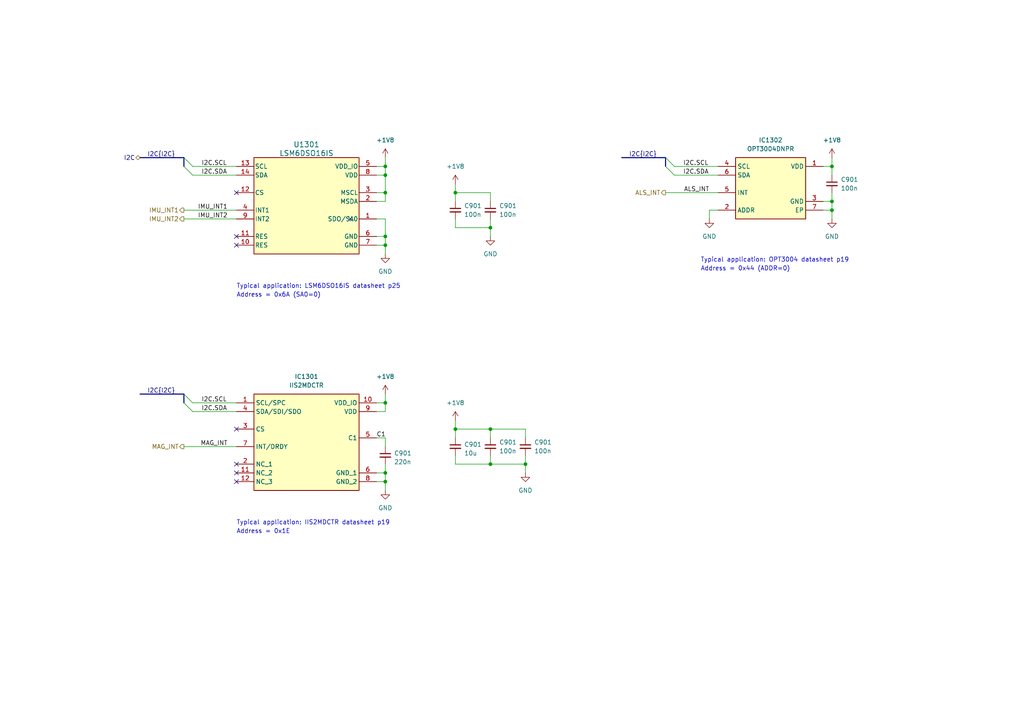
<source format=kicad_sch>
(kicad_sch (version 20230121) (generator eeschema)
  (paper "A4")
  (title_block (title "Watch Sensors") (date "2023-12-21") (rev "1") (comment 1 "Checked by Ben Smith 21/12/23"))
  (lib_symbols
    (symbol "Device:C_Small" (pin_numbers hide) (pin_names (offset 0.254) hide)
      (property "Reference" "C" (at 0.254 1.778 0))
      (property "Value" "C_Small" (at 0.254 -2.032 0))
      (symbol "C_Small_0_1"
        (polyline (pts (xy -1.524 -0.508) (xy 1.524 -0.508)) (stroke (width 0.3302)))
        (polyline (pts (xy -1.524 0.508) (xy 1.524 0.508)) (stroke (width 0.3048)))
      )
      (symbol "C_Small_1_1"
        (pin passive line (at 0 2.54 270) (length 2.032) (name "~") (number "1"))
        (pin passive line (at 0 -2.54 90) (length 2.032) (name "~") (number "2"))
      )
    )
    (symbol "IIS2MDCTR:IIS2MDCTR"
      (property "Reference" "U" (at 0 17.78 0))
      (property "Value" "IIS2MDCTR" (at 0 15.24 0))
      (symbol "IIS2MDCTR_1_1"
        (rectangle (start -15.24 12.7) (end 15.24 -15.24) (stroke (width 0.254)) (fill (type background)))
        (pin passive line (at -20.32 10.16 0) (length 5.08) (name "SCL/SPC") (number "1"))
        (pin passive line (at 20.32 10.16 180) (length 5.08) (name "VDD_IO") (number "10"))
        (pin passive line (at -20.32 -10.16 0) (length 5.08) (name "NC_2") (number "11"))
        (pin passive line (at -20.32 -12.7 0) (length 5.08) (name "NC_3") (number "12"))
        (pin passive line (at -20.32 -7.62 0) (length 5.08) (name "NC_1") (number "2"))
        (pin passive line (at -20.32 2.54 0) (length 5.08) (name "CS") (number "3"))
        (pin passive line (at -20.32 7.62 0) (length 5.08) (name "SDA/SDI/SDO") (number "4"))
        (pin passive line (at 20.32 0 180) (length 5.08) (name "C1") (number "5"))
        (pin passive line (at 20.32 -10.16 180) (length 5.08) (name "GND_1") (number "6"))
        (pin passive line (at -20.32 -2.54 0) (length 5.08) (name "INT/DRDY") (number "7"))
        (pin passive line (at 20.32 -12.7 180) (length 5.08) (name "GND_2") (number "8"))
        (pin passive line (at 20.32 7.62 180) (length 5.08) (name "VDD") (number "9"))
      )
    )
    (symbol "LSM6DSO16IS:LSM6DSO16IS" (pin_names (offset 0.254))
      (property "Reference" "U" (at 22.86 10.16 0))
      (property "Value" "LSM6DSO16IS" (at 22.86 7.62 0))
      (symbol "LSM6DSO16IS_0_1"
        (pin unspecified line (at 43.18 -12.7 180) (length 5.08) (name "SDO/SA0") (number "1"))
        (pin unspecified line (at 2.54 -20.32 0) (length 5.08) (name "RES") (number "10"))
        (pin unspecified line (at 2.54 -17.78 0) (length 5.08) (name "RES") (number "11"))
        (pin unspecified line (at 2.54 -5.08 0) (length 5.08) (name "CS") (number "12"))
        (pin unspecified line (at 2.54 2.54 0) (length 5.08) (name "SCL") (number "13"))
        (pin unspecified line (at 2.54 0 0) (length 5.08) (name "SDA") (number "14"))
        (pin unspecified line (at 43.18 -7.62 180) (length 5.08) (name "MSDA") (number "2"))
        (pin unspecified line (at 43.18 -5.08 180) (length 5.08) (name "MSCL") (number "3"))
        (pin input line (at 2.54 -10.16 0) (length 5.08) (name "INT1") (number "4"))
        (pin power_in line (at 43.18 2.54 180) (length 5.08) (name "VDD_IO") (number "5"))
        (pin power_out line (at 43.18 -17.78 180) (length 5.08) (name "GND") (number "6"))
        (pin power_out line (at 43.18 -20.32 180) (length 5.08) (name "GND") (number "7"))
        (pin power_in line (at 43.18 0 180) (length 5.08) (name "VDD") (number "8"))
        (pin input line (at 2.54 -12.7 0) (length 5.08) (name "INT2") (number "9"))
      )
      (symbol "LSM6DSO16IS_1_1"
        (rectangle (start 7.62 5.08) (end 38.1 -22.86) (stroke (width 0.254)) (fill (type background)))
      )
    )
    (symbol "OPT3004DNPR:OPT3004DNPR"
      (property "Reference" "U" (at 0 12.7 0))
      (property "Value" "OPT3004DNPR" (at 0 10.16 0))
      (symbol "OPT3004DNPR_1_1"
        (rectangle (start -10.16 7.62) (end 10.16 -10.16) (stroke (width 0.254)) (fill (type background)))
        (pin passive line (at 15.24 5.08 180) (length 5.08) (name "VDD") (number "1"))
        (pin passive line (at -15.24 -7.62 0) (length 5.08) (name "ADDR") (number "2"))
        (pin passive line (at 15.24 -5.08 180) (length 5.08) (name "GND") (number "3"))
        (pin passive line (at -15.24 5.08 0) (length 5.08) (name "SCL") (number "4"))
        (pin passive line (at -15.24 -2.54 0) (length 5.08) (name "INT") (number "5"))
        (pin passive line (at -15.24 2.54 0) (length 5.08) (name "SDA") (number "6"))
        (pin passive line (at 15.24 -7.62 180) (length 5.08) (name "EP") (number "7"))
      )
    )
    (symbol "power:+1V8" (power) (pin_names (offset 0))
      (property "Value" "+1V8" (at 0 3.556 0))
      (symbol "+1V8_0_1"
        (polyline (pts (xy -0.762 1.27) (xy 0 2.54)))
        (polyline (pts (xy 0 0) (xy 0 2.54)))
        (polyline (pts (xy 0 2.54) (xy 0.762 1.27)))
      )
      (symbol "+1V8_1_1"
        (pin power_in line (at 0 0 90) (length 0) hide (name "+1V8") (number "1"))
      )
    )
    (symbol "power:GND" (power) (pin_names (offset 0))
      (property "Value" "GND" (at 0 -3.81 0))
      (symbol "GND_0_1"
        (polyline (pts (xy 0 0) (xy 0 -1.27) (xy 1.27 -1.27) (xy 0 -2.54) (xy -1.27 -1.27) (xy 0 -1.27)))
      )
      (symbol "GND_1_1"
        (pin power_in line (at 0 0 270) (length 0) hide (name "GND") (number "1"))
      )
    )
  )
  (junction (at 111.76 50.8))
  (junction (at 241.3 60.96))
  (junction (at 152.4 134.62))
  (junction (at 132.08 55.88))
  (junction (at 111.76 68.58))
  (junction (at 241.3 58.42))
  (junction (at 132.08 124.46))
  (junction (at 111.76 137.16))
  (junction (at 111.76 71.12))
  (junction (at 142.24 124.46))
  (junction (at 111.76 48.26))
  (junction (at 142.24 66.04))
  (junction (at 241.3 48.26))
  (junction (at 111.76 116.84))
  (junction (at 111.76 55.88))
  (junction (at 111.76 139.7))
  (junction (at 142.24 134.62))
  (no_connect (at 68.58 124.46))
  (no_connect (at 68.58 55.88))
  (no_connect (at 68.58 134.62))
  (no_connect (at 68.58 137.16))
  (no_connect (at 101.6 63.5))
  (no_connect (at 68.58 139.7))
  (no_connect (at 68.58 68.58))
  (no_connect (at 68.58 71.12))
  (bus_entry (at 53.34 48.26) (size 2.54 2.54))
  (bus_entry (at 193.04 45.72) (size 2.54 2.54))
  (bus_entry (at 53.34 116.84) (size 2.54 2.54))
  (bus_entry (at 53.34 45.72) (size 2.54 2.54))
  (bus_entry (at 193.04 48.26) (size 2.54 2.54))
  (bus_entry (at 53.34 114.3) (size 2.54 2.54))
  (bus (pts (xy 193.04 45.72) (xy 193.04 48.26)))
  (wire (pts (xy 193.04 55.88) (xy 208.28 55.88)))
  (wire (pts (xy 111.76 129.54) (xy 111.76 127)))
  (wire (pts (xy 132.08 58.42) (xy 132.08 55.88)))
  (wire (pts (xy 111.76 48.26) (xy 111.76 50.8)))
  (wire (pts (xy 111.76 73.66) (xy 111.76 71.12)))
  (wire (pts (xy 238.76 48.26) (xy 241.3 48.26)))
  (wire (pts (xy 241.3 55.88) (xy 241.3 58.42)))
  (wire (pts (xy 111.76 119.38) (xy 109.22 119.38)))
  (wire (pts (xy 55.88 48.26) (xy 68.58 48.26)))
  (wire (pts (xy 109.22 63.5) (xy 111.76 63.5)))
  (wire (pts (xy 111.76 68.58) (xy 109.22 68.58)))
  (wire (pts (xy 241.3 58.42) (xy 241.3 60.96)))
  (wire (pts (xy 142.24 127) (xy 142.24 124.46)))
  (wire (pts (xy 111.76 71.12) (xy 111.76 68.58)))
  (wire (pts (xy 111.76 116.84) (xy 111.76 119.38)))
  (wire (pts (xy 132.08 53.34) (xy 132.08 55.88)))
  (wire (pts (xy 142.24 124.46) (xy 152.4 124.46)))
  (wire (pts (xy 111.76 137.16) (xy 109.22 137.16)))
  (wire (pts (xy 152.4 132.08) (xy 152.4 134.62)))
  (wire (pts (xy 132.08 127) (xy 132.08 124.46)))
  (wire (pts (xy 195.58 48.26) (xy 208.28 48.26)))
  (wire (pts (xy 241.3 48.26) (xy 241.3 50.8)))
  (wire (pts (xy 111.76 55.88) (xy 109.22 55.88)))
  (bus (pts (xy 53.34 114.3) (xy 53.34 116.84)))
  (bus (pts (xy 40.64 45.72) (xy 53.34 45.72)))
  (wire (pts (xy 111.76 50.8) (xy 111.76 55.88)))
  (wire (pts (xy 109.22 48.26) (xy 111.76 48.26)))
  (wire (pts (xy 53.34 129.54) (xy 68.58 129.54)))
  (wire (pts (xy 111.76 55.88) (xy 111.76 58.42)))
  (wire (pts (xy 111.76 114.3) (xy 111.76 116.84)))
  (wire (pts (xy 142.24 132.08) (xy 142.24 134.62)))
  (wire (pts (xy 142.24 66.04) (xy 132.08 66.04)))
  (wire (pts (xy 205.74 63.5) (xy 205.74 60.96)))
  (wire (pts (xy 142.24 68.58) (xy 142.24 66.04)))
  (wire (pts (xy 55.88 116.84) (xy 68.58 116.84)))
  (wire (pts (xy 53.34 60.96) (xy 68.58 60.96)))
  (bus (pts (xy 40.64 114.3) (xy 53.34 114.3)))
  (wire (pts (xy 142.24 55.88) (xy 132.08 55.88)))
  (wire (pts (xy 111.76 45.72) (xy 111.76 48.26)))
  (wire (pts (xy 142.24 134.62) (xy 132.08 134.62)))
  (wire (pts (xy 111.76 134.62) (xy 111.76 137.16)))
  (wire (pts (xy 111.76 58.42) (xy 109.22 58.42)))
  (wire (pts (xy 111.76 139.7) (xy 111.76 137.16)))
  (wire (pts (xy 238.76 58.42) (xy 241.3 58.42)))
  (wire (pts (xy 111.76 63.5) (xy 111.76 68.58)))
  (wire (pts (xy 238.76 60.96) (xy 241.3 60.96)))
  (wire (pts (xy 111.76 50.8) (xy 109.22 50.8)))
  (bus (pts (xy 53.34 45.72) (xy 53.34 48.26)))
  (wire (pts (xy 142.24 63.5) (xy 142.24 66.04)))
  (wire (pts (xy 55.88 119.38) (xy 68.58 119.38)))
  (wire (pts (xy 152.4 137.16) (xy 152.4 134.62)))
  (wire (pts (xy 109.22 116.84) (xy 111.76 116.84)))
  (wire (pts (xy 195.58 50.8) (xy 208.28 50.8)))
  (bus (pts (xy 180.34 45.72) (xy 193.04 45.72)))
  (wire (pts (xy 111.76 127) (xy 109.22 127)))
  (wire (pts (xy 142.24 124.46) (xy 132.08 124.46)))
  (wire (pts (xy 142.24 58.42) (xy 142.24 55.88)))
  (wire (pts (xy 111.76 142.24) (xy 111.76 139.7)))
  (wire (pts (xy 241.3 48.26) (xy 241.3 45.72)))
  (wire (pts (xy 53.34 63.5) (xy 68.58 63.5)))
  (wire (pts (xy 132.08 66.04) (xy 132.08 63.5)))
  (wire (pts (xy 55.88 50.8) (xy 68.58 50.8)))
  (wire (pts (xy 152.4 134.62) (xy 142.24 134.62)))
  (wire (pts (xy 109.22 139.7) (xy 111.76 139.7)))
  (wire (pts (xy 132.08 121.92) (xy 132.08 124.46)))
  (wire (pts (xy 132.08 134.62) (xy 132.08 132.08)))
  (wire (pts (xy 205.74 60.96) (xy 208.28 60.96)))
  (wire (pts (xy 241.3 63.5) (xy 241.3 60.96)))
  (wire (pts (xy 152.4 127) (xy 152.4 124.46)))
  (wire (pts (xy 109.22 71.12) (xy 111.76 71.12)))
  (text "Address = 0x1E" (at 68.58 154.94 0) (effects (font (size 1.27 1.27)) (justify left bottom)))
  (text "Address = 0x6A (SA0=0)" (at 68.58 86.36 0) (effects (font (size 1.27 1.27)) (justify left bottom)))
  (text "Address = 0x44 (ADDR=0)" (at 203.2 78.74 0) (effects (font (size 1.27 1.27)) (justify left bottom)))
  (text "Typical application: LSM6DSO16IS datasheet p25" (at 68.58 83.82 0) (effects (font (size 1.27 1.27)) (justify left bottom)))
  (text "Typical application: IIS2MDCTR datasheet p19" (at 68.58 152.4 0) (effects (font (size 1.27 1.27)) (justify left bottom)))
  (text "Typical application: OPT3004 datasheet p19" (at 203.2 76.2 0) (effects (font (size 1.27 1.27)) (justify left bottom)))
  (label "IMU_INT2" (at 66.04 63.5 180))
  (label "ALS_INT" (at 205.74 55.88 180))
  (label "I2C{I2C}" (at 190.5 45.72 180))
  (label "I2C.SCL" (at 198.12 48.26 0))
  (label "I2C.SDA" (at 58.42 50.8 0))
  (label "I2C{I2C}" (at 50.8 114.3 180))
  (label "I2C.SDA" (at 58.42 119.38 0))
  (label "I2C.SCL" (at 58.42 116.84 0))
  (label "IMU_INT1" (at 66.04 60.96 180))
  (label "I2C.SCL" (at 58.42 48.26 0))
  (label "I2C.SDA" (at 198.12 50.8 0))
  (label "I2C{I2C}" (at 50.8 45.72 180))
  (label "C1" (at 109.22 127 0))
  (label "MAG_INT" (at 66.04 129.54 180))
  (hierarchical_label "IMU_INT1" (shape output) (at 53.34 60.96 180))
  (hierarchical_label "MAG_INT" (shape output) (at 53.34 129.54 180))
  (hierarchical_label "ALS_INT" (shape output) (at 193.04 55.88 180))
  (hierarchical_label "I2C" (shape bidirectional) (at 40.64 45.72 180) (property "DSI" "DSI" (effects hide)))
  (hierarchical_label "IMU_INT2" (shape output) (at 53.34 63.5 180))
  (symbol (lib_id "power:GND") (at 205.74 63.5 0) (unit 1)
    (property "Reference" "#PWR01309" (effects hide))
    (property "Value" "GND" (at 205.74 68.58 0))
  )
  (symbol (lib_id "Device:C_Small") (at 142.24 60.96 0) (unit 1)
    (property "Reference" "C901" (at 144.78 59.6963 0) (effects (justify left)))
    (property "Value" "100n" (at 144.78 62.2363 0) (effects (justify left)))
    (property "Footprint" "Capacitor_SMD:C_0402_1005Metric" (effects hide))
    (instances (project "watch_main" (path "" (reference "C901") (unit 1)) (path "" (reference "C1304") (unit 1))))
  )
  (symbol (lib_id "Device:C_Small") (at 152.4 129.54 0) (unit 1)
    (property "Reference" "C901" (at 154.94 128.2763 0) (effects (justify left)))
    (property "Value" "100n" (at 154.94 130.8163 0) (effects (justify left)))
    (property "Footprint" "Capacitor_SMD:C_0402_1005Metric" (effects hide))
    (instances (project "watch_main" (path "" (reference "C901") (unit 1)) (path "" (reference "C1306") (unit 1))))
  )
  (symbol (lib_id "Device:C_Small") (at 111.76 132.08 0) (unit 1)
    (property "Reference" "C901" (at 114.3 131.4513 0) (effects (justify left)))
    (property "Value" "220n" (at 114.3 133.9913 0) (effects (justify left)))
    (property "Footprint" "Capacitor_SMD:C_0402_1005Metric" (effects hide))
    (instances (project "watch_main" (path "" (reference "C901") (unit 1)) (path "" (reference "C1301") (unit 1))))
  )
  (symbol (lib_id "power:+1V8") (at 132.08 53.34 0) (unit 1)
    (property "Reference" "#PWR01305" (effects hide))
    (property "Value" "+1V8" (at 132.08 48.26 0))
  )
  (symbol (lib_id "power:GND") (at 241.3 63.5 0) (unit 1)
    (property "Reference" "#PWR01311" (effects hide))
    (property "Value" "GND" (at 241.3 68.58 0))
  )
  (symbol (lib_id "power:+1V8") (at 132.08 121.92 0) (unit 1)
    (property "Reference" "#PWR01306" (effects hide))
    (property "Value" "+1V8" (at 132.08 116.84 0))
  )
  (symbol (lib_id "Device:C_Small") (at 132.08 60.96 0) (unit 1)
    (property "Reference" "C901" (at 134.62 59.6963 0) (effects (justify left)))
    (property "Value" "100n" (at 134.62 62.2363 0) (effects (justify left)))
    (property "Footprint" "Capacitor_SMD:C_0402_1005Metric" (effects hide))
    (instances (project "watch_main" (path "" (reference "C901") (unit 1)) (path "" (reference "C1302") (unit 1))))
  )
  (symbol (lib_id "Device:C_Small") (at 241.3 53.34 0) (unit 1)
    (property "Reference" "C901" (at 243.84 52.0763 0) (effects (justify left)))
    (property "Value" "100n" (at 243.84 54.6163 0) (effects (justify left)))
    (property "Footprint" "Capacitor_SMD:C_0402_1005Metric" (effects hide))
    (instances (project "watch_main" (path "" (reference "C901") (unit 1)) (path "" (reference "C1307") (unit 1))))
  )
  (symbol (lib_id "power:GND") (at 111.76 142.24 0) (unit 1)
    (property "Reference" "#PWR01304" (effects hide))
    (property "Value" "GND" (at 111.76 147.32 0))
  )
  (symbol (lib_id "power:+1V8") (at 241.3 45.72 0) (unit 1)
    (property "Reference" "#PWR01310" (effects hide))
    (property "Value" "+1V8" (at 241.3 40.64 0))
  )
  (symbol (lib_id "power:GND") (at 152.4 137.16 0) (unit 1)
    (property "Reference" "#PWR01308" (effects hide))
    (property "Value" "GND" (at 152.4 142.24 0))
  )
  (symbol (lib_id "power:+1V8") (at 111.76 45.72 0) (unit 1)
    (property "Reference" "#PWR01301" (effects hide))
    (property "Value" "+1V8" (at 111.76 40.64 0))
  )
  (symbol (lib_id "OPT3004DNPR:OPT3004DNPR") (at 223.52 53.34 0) (unit 1)
    (property "Reference" "IC1302" (at 223.52 40.64 0))
    (property "Value" "OPT3004DNPR" (at 223.52 43.18 0))
    (property "Footprint" "SON65P200X200X65-7N-D" (effects hide))
    (property "Datasheet" "http://www.ti.com/lit/ds/symlink/opt3004.pdf" (effects hide))
    (property "Height" "0.65" (effects hide))
    (property "Mouser Part Number" "595-OPT3004DNPR" (effects hide))
    (property "Mouser Price/Stock" "https://www.mouser.co.uk/ProductDetail/Texas-Instruments/OPT3004DNPR?qs=l7cgNqFNU1jkBuP1vZFGkA%3D%3D" (effects hide))
    (property "Manufacturer_Name" "Texas Instruments" (effects hide))
    (property "Manufacturer_Part_Number" "OPT3004DNPR" (effects hide))
  )
  (symbol (lib_id "power:GND") (at 111.76 73.66 0) (unit 1)
    (property "Reference" "#PWR01302" (effects hide))
    (property "Value" "GND" (at 111.76 78.74 0))
  )
  (symbol (lib_id "power:GND") (at 142.24 68.58 0) (unit 1)
    (property "Reference" "#PWR01307" (effects hide))
    (property "Value" "GND" (at 142.24 73.66 0))
  )
  (symbol (lib_id "LSM6DSO16IS:LSM6DSO16IS") (at 66.04 50.8 0) (unit 1)
    (property "Reference" "U1301" (at 88.9 41.91 0) (effects (font (size 1.524 1.524))))
    (property "Value" "LSM6DSO16IS" (at 88.9 44.45 0) (effects (font (size 1.524 1.524))))
    (property "Footprint" "LGA14_LSM6_STM" (effects hide))
    (property "Datasheet" "https://www.mouser.co.uk/datasheet/2/389/lsm6dso16is-3000171.pdf" (effects hide))
  )
  (symbol (lib_id "IIS2MDCTR:IIS2MDCTR") (at 88.9 127 0) (unit 1)
    (property "Reference" "IC1301" (at 88.9 109.22 0))
    (property "Value" "IIS2MDCTR" (at 88.9 111.76 0))
    (property "Footprint" "watch_footprints:IIS2MDCTR" (effects hide))
    (property "Datasheet" "https://www.st.com/resource/en/datasheet/iis2mdc.pdf" (effects hide))
    (property "Height" "0.7" (effects hide))
    (property "Mouser Part Number" "511-IIS2MDCTR" (effects hide))
    (property "Mouser Price/Stock" "https://www.mouser.co.uk/ProductDetail/STMicroelectronics/IIS2MDCTR?qs=1mbolxNpo8ems1K%2FRdQzXg%3D%3D" (effects hide))
    (property "Manufacturer_Name" "STMicroelectronics" (effects hide))
    (property "Manufacturer_Part_Number" "IIS2MDCTR" (effects hide))
  )
  (symbol (lib_id "Device:C_Small") (at 142.24 129.54 0) (unit 1)
    (property "Reference" "C901" (at 144.78 128.2763 0) (effects (justify left)))
    (property "Value" "100n" (at 144.78 130.8163 0) (effects (justify left)))
    (property "Footprint" "Capacitor_SMD:C_0402_1005Metric" (effects hide))
    (instances (project "watch_main" (path "" (reference "C901") (unit 1)) (path "" (reference "C1305") (unit 1))))
  )
  (symbol (lib_id "power:+1V8") (at 111.76 114.3 0) (unit 1)
    (property "Reference" "#PWR01303" (effects hide))
    (property "Value" "+1V8" (at 111.76 109.22 0))
  )
  (symbol (lib_id "Device:C_Small") (at 132.08 129.54 0) (unit 1)
    (property "Reference" "C901" (at 134.62 128.9113 0) (effects (justify left)))
    (property "Value" "10u" (at 134.62 131.4513 0) (effects (justify left)))
    (property "Footprint" "Capacitor_SMD:C_0402_1005Metric" (effects hide))
    (instances (project "watch_main" (path "" (reference "C901") (unit 1)) (path "" (reference "C1303") (unit 1))))
  )
)
</source>
